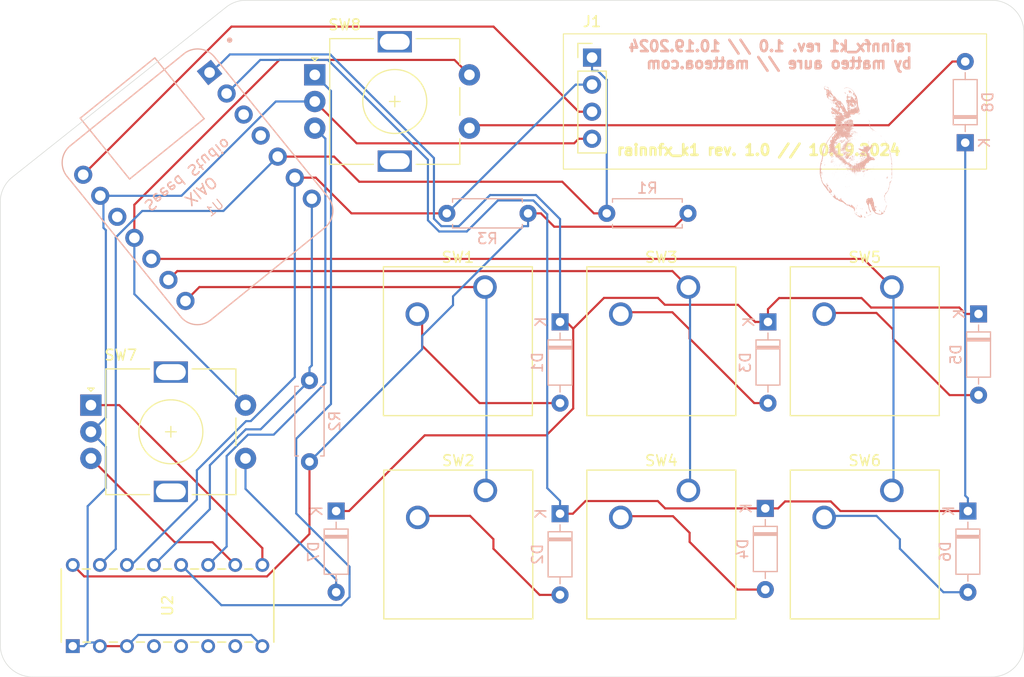
<source format=kicad_pcb>
(kicad_pcb (version 20240108) (generator "pcbnew") (generator_version "8.0")
  (title_block (title "rainnfx_k1") (date "2024-10-06") (rev "v1") (company "Matteo"))
  (layers (0 "F.Cu" signal) (31 "B.Cu" signal) (34 "B.Paste" user) (35 "F.Paste" user) (36 "B.SilkS" user "B.Silkscreen") (37 "F.SilkS" user "F.Silkscreen") (38 "B.Mask" user) (39 "F.Mask" user) (44 "Edge.Cuts" user))
  (net 0 "")
  (net 1 "Net-(D1-A)")
  (net 2 "ROW0")
  (net 3 "ROW1")
  (net 4 "Net-(D2-A)")
  (net 5 "Net-(D3-A)")
  (net 6 "Net-(D4-A)")
  (net 7 "Net-(D5-A)")
  (net 8 "Net-(D6-A)")
  (net 9 "Net-(D7-A)")
  (net 10 "Net-(D8-A)")
  (net 11 "+3V3")
  (net 12 "IO_INT")
  (net 13 "COL0")
  (net 14 "COL1")
  (net 15 "COL2")
  (net 16 "GND")
  (net 17 "ROTSB1")
  (net 18 "ROTSA1")
  (net 19 "COL3")
  (net 20 "ROTSA2")
  (net 21 "ROTSB2")
  (net 25 "VCC")
  (net 28 "OLED_SCL")
  (net 29 "OLED_SDA")
  (footprint "hackpad_stuff:SW_Cherry_MX_1.00u_PCB" (layer "F.Cu") (at 163.04 104.42)
    (property "Reference" "SW3" (at -2.54 -2.794 0) (layer "F.SilkS"))
    (property "Value" "SW_Push_45deg")
    (pad "" np_thru_hole circle (at -7.62 5.08) (size 1.7 1.7) (drill 1.7) (layers "*.Cu" "*.Mask"))
    (pad "" np_thru_hole circle (at -2.54 5.08) (size 4 4) (drill 4) (layers "*.Cu" "*.Mask"))
    (pad "" np_thru_hole circle (at 2.54 5.08) (size 1.7 1.7) (drill 1.7) (layers "*.Cu" "*.Mask"))
    (pad "1" thru_hole circle (at 0 0) (size 2.2 2.2) (drill 1.5) (layers "*.Cu" "*.Mask") (net 14 "COL1"))
    (pad "2" thru_hole circle (at -6.35 2.54) (size 2.2 2.2) (drill 1.5) (layers "*.Cu" "*.Mask") (net 5 "Net-(D3-A)"))
  )
  (footprint "hackpad_stuff:SW_Cherry_MX_1.00u_PCB" (layer "F.Cu") (at 163.04 123.5)
    (property "Reference" "SW4" (at -2.54 -2.794 0) (layer "F.SilkS"))
    (property "Value" "SW_Push_45deg")
    (pad "" np_thru_hole circle (at -7.62 5.08) (size 1.7 1.7) (drill 1.7) (layers "*.Cu" "*.Mask"))
    (pad "" np_thru_hole circle (at -2.54 5.08) (size 4 4) (drill 4) (layers "*.Cu" "*.Mask"))
    (pad "" np_thru_hole circle (at 2.54 5.08) (size 1.7 1.7) (drill 1.7) (layers "*.Cu" "*.Mask"))
    (pad "1" thru_hole circle (at 0 0) (size 2.2 2.2) (drill 1.5) (layers "*.Cu" "*.Mask") (net 14 "COL1"))
    (pad "2" thru_hole circle (at -6.35 2.54) (size 2.2 2.2) (drill 1.5) (layers "*.Cu" "*.Mask") (net 6 "Net-(D4-A)"))
  )
  (footprint "hackpad_stuff:SW_Cherry_MX_1.00u_PCB" (layer "F.Cu") (at 182.12 104.42)
    (property "Reference" "SW5" (at -2.54 -2.794 0) (layer "F.SilkS"))
    (property "Value" "SW_Push_45deg")
    (pad "" np_thru_hole circle (at -7.62 5.08) (size 1.7 1.7) (drill 1.7) (layers "*.Cu" "*.Mask"))
    (pad "" np_thru_hole circle (at -2.54 5.08) (size 4 4) (drill 4) (layers "*.Cu" "*.Mask"))
    (pad "" np_thru_hole circle (at 2.54 5.08) (size 1.7 1.7) (drill 1.7) (layers "*.Cu" "*.Mask"))
    (pad "1" thru_hole circle (at 0 0) (size 2.2 2.2) (drill 1.5) (layers "*.Cu" "*.Mask") (net 15 "COL2"))
    (pad "2" thru_hole circle (at -6.35 2.54) (size 2.2 2.2) (drill 1.5) (layers "*.Cu" "*.Mask") (net 7 "Net-(D5-A)"))
  )
  (footprint "Button_Switch_Keyboard:SW_Cherry_MX_1.00u_PCB" (layer "F.Cu") (at 182.12 123.5)
    (property "Reference" "SW6" (at -2.54 -2.794 0) (layer "F.SilkS"))
    (property "Value" "SW_Push_45deg")
    (pad "" np_thru_hole circle (at -7.62 5.08) (size 1.7 1.7) (drill 1.7) (layers "*.Cu" "*.Mask"))
    (pad "" np_thru_hole circle (at -2.54 5.08) (size 4 4) (drill 4) (layers "*.Cu" "*.Mask"))
    (pad "" np_thru_hole circle (at 2.54 5.08) (size 1.7 1.7) (drill 1.7) (layers "*.Cu" "*.Mask"))
    (pad "1" thru_hole circle (at 0 0) (size 2.2 2.2) (drill 1.5) (layers "*.Cu" "*.Mask") (net 15 "COL2"))
    (pad "2" thru_hole circle (at -6.35 2.54) (size 2.2 2.2) (drill 1.5) (layers "*.Cu" "*.Mask") (net 8 "Net-(D6-A)"))
  )
  (footprint "Rotary_Encoder:RotaryEncoder_Alps_EC11E-Switch_Vertical_H20mm" (layer "F.Cu") (at 107 115.5)
    (property "Reference" "SW7" (at 2.8 -4.7 0) (layer "F.SilkS"))
    (property "Value" "RotaryEncoder_Switch")
    (pad "A" thru_hole rect (at 0 0) (size 2 2) (drill 1) (layers "*.Cu" "*.Mask") (net 18 "ROTSA1"))
    (pad "B" thru_hole circle (at 0 5) (size 2 2) (drill 1) (layers "*.Cu" "*.Mask") (net 17 "ROTSB1"))
    (pad "C" thru_hole circle (at 0 2.5) (size 2 2) (drill 1) (layers "*.Cu" "*.Mask") (net 16 "GND"))
    (pad "MP" thru_hole rect (at 7.5 -3.1) (size 3.2 2) (drill oval 2.8 1.5) (layers "*.Cu" "*.Mask"))
    (pad "MP" thru_hole rect (at 7.5 8.1) (size 3.2 2) (drill oval 2.8 1.5) (layers "*.Cu" "*.Mask"))
    (pad "S1" thru_hole circle (at 14.5 5) (size 2 2) (drill 1) (layers "*.Cu" "*.Mask") (net 9 "Net-(D7-A)"))
    (pad "S2" thru_hole circle (at 14.5 0) (size 2 2) (drill 1) (layers "*.Cu" "*.Mask") (net 19 "COL3"))
  )
  (footprint "Rotary_Encoder:RotaryEncoder_Alps_EC11E-Switch_Vertical_H20mm" (layer "F.Cu") (at 128 84.5)
    (property "Reference" "SW8" (at 2.8 -4.7 0) (layer "F.SilkS"))
    (property "Value" "RotaryEncoder_Switch")
    (pad "A" thru_hole rect (at 0 0) (size 2 2) (drill 1) (layers "*.Cu" "*.Mask") (net 21 "ROTSB2"))
    (pad "B" thru_hole circle (at 0 5) (size 2 2) (drill 1) (layers "*.Cu" "*.Mask") (net 20 "ROTSA2"))
    (pad "C" thru_hole circle (at 0 2.5) (size 2 2) (drill 1) (layers "*.Cu" "*.Mask") (net 16 "GND"))
    (pad "MP" thru_hole rect (at 7.5 -3.1) (size 3.2 2) (drill oval 2.8 1.5) (layers "*.Cu" "*.Mask"))
    (pad "MP" thru_hole rect (at 7.5 8.1) (size 3.2 2) (drill oval 2.8 1.5) (layers "*.Cu" "*.Mask"))
    (pad "S1" thru_hole circle (at 14.5 5) (size 2 2) (drill 1) (layers "*.Cu" "*.Mask") (net 10 "Net-(D8-A)"))
    (pad "S2" thru_hole circle (at 14.5 0) (size 2 2) (drill 1) (layers "*.Cu" "*.Mask") (net 19 "COL3"))
  )
  (footprint "PCF8574:N16_TEX" (layer "F.Cu") (at 105.3 138.12 90)
    (property "Reference" "U2" (at 3.81 8.89 90) (layer "F.SilkS"))
    (property "Value" "PCF8574A")
    (pad "1" thru_hole rect (at 0 0 90) (size 1.2954 1.2954) (drill 0.7874) (layers "*.Cu" "*.Mask") (net 16 "GND"))
    (pad "2" thru_hole circle (at 0 2.54 90) (size 1.2954 1.2954) (drill 0.7874) (layers "*.Cu" "*.Mask") (net 16 "GND"))
    (pad "3" thru_hole circle (at 0 5.08 90) (size 1.2954 1.2954) (drill 0.7874) (layers "*.Cu" "*.Mask") (net 16 "GND"))
    (pad "4" thru_hole circle (at 0 7.62 90) (size 1.2954 1.2954) (drill 0.7874) (layers "*.Cu" "*.Mask"))
    (pad "5" thru_hole circle (at 0 10.16 90) (size 1.2954 1.2954) (drill 0.7874) (layers "*.Cu" "*.Mask"))
    (pad "6" thru_hole circle (at 0 12.7 90) (size 1.2954 1.2954) (drill 0.7874) (layers "*.Cu" "*.Mask"))
    (pad "7" thru_hole circle (at 0 15.24 90) (size 1.2954 1.2954) (drill 0.7874) (layers "*.Cu" "*.Mask"))
    (pad "8" thru_hole circle (at 0 17.78 90) (size 1.2954 1.2954) (drill 0.7874) (layers "*.Cu" "*.Mask") (net 16 "GND"))
    (pad "9" thru_hole circle (at 7.62 17.78 90) (size 1.2954 1.2954) (drill 0.7874) (layers "*.Cu" "*.Mask") (net 18 "ROTSA1"))
    (pad "10" thru_hole circle (at 7.62 15.24 90) (size 1.2954 1.2954) (drill 0.7874) (layers "*.Cu" "*.Mask") (net 17 "ROTSB1"))
    (pad "11" thru_hole circle (at 7.62 12.7 90) (size 1.2954 1.2954) (drill 0.7874) (layers "*.Cu" "*.Mask") (net 20 "ROTSA2"))
    (pad "12" thru_hole circle (at 7.62 10.16 90) (size 1.2954 1.2954) (drill 0.7874) (layers "*.Cu" "*.Mask") (net 21 "ROTSB2"))
    (pad "13" thru_hole circle (at 7.62 7.62 90) (size 1.2954 1.2954) (drill 0.7874) (layers "*.Cu" "*.Mask") (net 12 "IO_INT"))
    (pad "14" thru_hole circle (at 7.62 5.08 90) (size 1.2954 1.2954) (drill 0.7874) (layers "*.Cu" "*.Mask") (net 28 "OLED_SCL"))
    (pad "15" thru_hole circle (at 7.62 2.54 90) (size 1.2954 1.2954) (drill 0.7874) (layers "*.Cu" "*.Mask") (net 29 "OLED_SDA"))
    (pad "16" thru_hole circle (at 7.62 0 90) (size 1.2954 1.2954) (drill 0.7874) (layers "*.Cu" "*.Mask") (net 11 "+3V3"))
  )
  (footprint "hackpad_stuff:SW_Cherry_MX_1.00u_PCB" (layer "F.Cu") (at 144 123.5)
    (property "Reference" "SW2" (at -2.54 -2.794 0) (layer "F.SilkS"))
    (property "Value" "SW_Push_45deg")
    (pad "" np_thru_hole circle (at -7.62 5.08) (size 1.7 1.7) (drill 1.7) (layers "*.Cu" "*.Mask"))
    (pad "" np_thru_hole circle (at -2.54 5.08) (size 4 4) (drill 4) (layers "*.Cu" "*.Mask"))
    (pad "" np_thru_hole circle (at 2.54 5.08) (size 1.7 1.7) (drill 1.7) (layers "*.Cu" "*.Mask"))
    (pad "1" thru_hole circle (at 0 0) (size 2.2 2.2) (drill 1.5) (layers "*.Cu" "*.Mask") (net 13 "COL0"))
    (pad "2" thru_hole circle (at -6.35 2.54) (size 2.2 2.2) (drill 1.5) (layers "*.Cu" "*.Mask") (net 4 "Net-(D2-A)"))
  )
  (footprint "hackpad_stuff:SW_Cherry_MX_1.00u_PCB" (layer "F.Cu") (at 143.96 104.42)
    (property "Reference" "SW1" (at -2.54 -2.794 0) (layer "F.SilkS"))
    (property "Value" "SW_Push_45deg")
    (pad "" np_thru_hole circle (at -7.62 5.08) (size 1.7 1.7) (drill 1.7) (layers "*.Cu" "*.Mask"))
    (pad "" np_thru_hole circle (at -2.54 5.08) (size 4 4) (drill 4) (layers "*.Cu" "*.Mask"))
    (pad "" np_thru_hole circle (at 2.54 5.08) (size 1.7 1.7) (drill 1.7) (layers "*.Cu" "*.Mask"))
    (pad "1" thru_hole circle (at 0 0) (size 2.2 2.2) (drill 1.5) (layers "*.Cu" "*.Mask") (net 13 "COL0"))
    (pad "2" thru_hole circle (at -6.35 2.54) (size 2.2 2.2) (drill 1.5) (layers "*.Cu" "*.Mask") (net 1 "Net-(D1-A)"))
  )
  (footprint "Connector_PinHeader_2.54mm:PinHeader_1x04_P2.54mm_Vertical" (layer "F.Cu") (at 154 82.88)
    (property "Reference" "J1" (at 0 -3.38 0) (layer "F.SilkS"))
    (property "Value" "OLED_DISPLAY")
    (pad "1" thru_hole rect (at 0 0) (size 1.7 1.7) (drill 1) (layers "*.Cu" "*.Mask") (net 29 "OLED_SDA"))
    (pad "2" thru_hole oval (at 0 2.54) (size 1.7 1.7) (drill 1) (layers "*.Cu" "*.Mask") (net 28 "OLED_SCL"))
    (pad "3" thru_hole oval (at 0 5.08) (size 1.7 1.7) (drill 1) (layers "*.Cu" "*.Mask") (net 25 "VCC"))
    (pad "4" thru_hole oval (at 0 7.62) (size 1.7 1.7) (drill 1) (layers "*.Cu" "*.Mask") (net 16 "GND"))
  )
  (footprint "Diode_THT:D_DO-35_SOD27_P7.62mm_Horizontal" (layer "B.Cu") (at 190.25 106.94 -90)
    (property "Reference" "D5" (at 3.81 2.12 90) (layer "B.SilkS") (effects (justify mirror)))
    (property "Value" "D")
    (fp_text user "K" (at 0 1.8 90) (layer "B.SilkS") (effects (justify mirror)))
    (pad "1" thru_hole rect (at 0 0 270) (size 1.6 1.6) (drill 0.8) (layers "*.Cu" "*.Mask") (net 2 "ROW0"))
    (pad "2" thru_hole oval (at 7.62 0 270) (size 1.6 1.6) (drill 0.8) (layers "*.Cu" "*.Mask") (net 7 "Net-(D5-A)"))
  )
  (footprint "Diode_THT:D_DO-35_SOD27_P7.62mm_Horizontal" (layer "B.Cu") (at 170.25 125.19 -90)
    (property "Reference" "D4" (at 3.81 2.12 90) (layer "B.SilkS") (effects (justify mirror)))
    (property "Value" "D")
    (fp_text user "K" (at 0 1.8 90) (layer "B.SilkS") (effects (justify mirror)))
    (pad "1" thru_hole rect (at 0 0 270) (size 1.6 1.6) (drill 0.8) (layers "*.Cu" "*.Mask") (net 3 "ROW1"))
    (pad "2" thru_hole oval (at 7.62 0 270) (size 1.6 1.6) (drill 0.8) (layers "*.Cu" "*.Mask") (net 6 "Net-(D4-A)"))
  )
  (footprint "Diode_THT:D_DO-35_SOD27_P7.62mm_Horizontal" (layer "B.Cu") (at 189 90.87 90)
    (property "Reference" "D8" (at 3.81 2.12 90) (layer "B.SilkS") (effects (justify mirror)))
    (property "Value" "D")
    (fp_text user "K" (at 0 1.8 90) (layer "B.SilkS") (effects (justify mirror)))
    (pad "1" thru_hole rect (at 0 0 90) (size 1.6 1.6) (drill 0.8) (layers "*.Cu" "*.Mask") (net 3 "ROW1"))
    (pad "2" thru_hole oval (at 7.62 0 90) (size 1.6 1.6) (drill 0.8) (layers "*.Cu" "*.Mask") (net 10 "Net-(D8-A)"))
  )
  (footprint "Resistor_THT:R_Axial_DIN0207_L6.3mm_D2.5mm_P7.62mm_Horizontal" (layer "B.Cu") (at 127.5 120.81 90)
    (property "Reference" "R2" (at 3.81 2.37 90) (layer "B.SilkS") (effects (justify mirror)))
    (property "Value" "2.7k")
    (pad "1" thru_hole circle (at 0 0 90) (size 1.6 1.6) (drill 0.8) (layers "*.Cu" "*.Mask") (net 11 "+3V3"))
    (pad "2" thru_hole oval (at 7.62 0 90) (size 1.6 1.6) (drill 0.8) (layers "*.Cu" "*.Mask") (net 12 "IO_INT"))
  )
  (footprint "Diode_THT:D_DO-35_SOD27_P7.62mm_Horizontal" (layer "B.Cu") (at 151 107.69 -90)
    (property "Reference" "D1" (at 3.81 2.12 90) (layer "B.SilkS") (effects (justify mirror)))
    (property "Value" "D")
    (fp_text user "K" (at 0 1.8 90) (layer "B.SilkS") (effects (justify mirror)))
    (pad "1" thru_hole rect (at 0 0 270) (size 1.6 1.6) (drill 0.8) (layers "*.Cu" "*.Mask") (net 2 "ROW0"))
    (pad "2" thru_hole oval (at 7.62 0 270) (size 1.6 1.6) (drill 0.8) (layers "*.Cu" "*.Mask") (net 1 "Net-(D1-A)"))
  )
  (footprint "Diode_THT:D_DO-35_SOD27_P7.62mm_Horizontal" (layer "B.Cu") (at 151 125.69 -90)
    (property "Reference" "D2" (at 3.81 2.12 90) (layer "B.SilkS") (effects (justify mirror)))
    (property "Value" "D")
    (fp_text user "K" (at 0 1.8 90) (layer "B.SilkS") (effects (justify mirror)))
    (pad "1" thru_hole rect (at 0 0 270) (size 1.6 1.6) (drill 0.8) (layers "*.Cu" "*.Mask") (net 3 "ROW1"))
    (pad "2" thru_hole oval (at 7.62 0 270) (size 1.6 1.6) (drill 0.8) (layers "*.Cu" "*.Mask") (net 4 "Net-(D2-A)"))
  )
  (footprint "Diode_THT:D_DO-35_SOD27_P7.62mm_Horizontal" (layer "B.Cu") (at 189.25 125.44 -90)
    (property "Reference" "D6" (at 3.81 2.12 90) (layer "B.SilkS") (effects (justify mirror)))
    (property "Value" "D")
    (fp_text user "K" (at 0 1.8 90) (layer "B.SilkS") (effects (justify mirror)))
    (pad "1" thru_hole rect (at 0 0 270) (size 1.6 1.6) (drill 0.8) (layers "*.Cu" "*.Mask") (net 3 "ROW1"))
    (pad "2" thru_hole oval (at 7.62 0 270) (size 1.6 1.6) (drill 0.8) (layers "*.Cu" "*.Mask") (net 8 "Net-(D6-A)"))
  )
  (footprint "Resistor_THT:R_Axial_DIN0207_L6.3mm_D2.5mm_P7.62mm_Horizontal" (layer "B.Cu") (at 140.38 97.5)
    (property "Reference" "R3" (at 3.81 2.37 0) (layer "B.SilkS") (effects (justify mirror)))
    (property "Value" "2.7k")
    (pad "1" thru_hole circle (at 0 0) (size 1.6 1.6) (drill 0.8) (layers "*.Cu" "*.Mask") (net 28 "OLED_SCL"))
    (pad "2" thru_hole oval (at 7.62 0) (size 1.6 1.6) (drill 0.8) (layers "*.Cu" "*.Mask") (net 11 "+3V3"))
  )
  (footprint "Diode_THT:D_DO-35_SOD27_P7.62mm_Horizontal" (layer "B.Cu") (at 130 125.44 -90)
    (property "Reference" "D7" (at 3.81 2.12 90) (layer "B.SilkS") (effects (justify mirror)))
    (property "Value" "D")
    (fp_text user "K" (at 0 1.8 90) (layer "B.SilkS") (effects (justify mirror)))
    (pad "1" thru_hole rect (at 0 0 270) (size 1.6 1.6) (drill 0.8) (layers "*.Cu" "*.Mask") (net 2 "ROW0"))
    (pad "2" thru_hole oval (at 7.62 0 270) (size 1.6 1.6) (drill 0.8) (layers "*.Cu" "*.Mask") (net 9 "Net-(D7-A)"))
  )
  (footprint "Resistor_THT:R_Axial_DIN0207_L6.3mm_D2.5mm_P7.62mm_Horizontal" (layer "B.Cu") (at 163 97.5 180)
    (property "Reference" "R1" (at 3.81 2.37 0) (layer "B.SilkS") (effects (justify mirror)))
    (property "Value" "2.7k")
    (pad "1" thru_hole circle (at 0 0 180) (size 1.6 1.6) (drill 0.8) (layers "*.Cu" "*.Mask") (net 11 "+3V3"))
    (pad "2" thru_hole oval (at 7.62 0 180) (size 1.6 1.6) (drill 0.8) (layers "*.Cu" "*.Mask") (net 29 "OLED_SDA"))
  )
  (footprint "hackpad_stuff:XIAO-Generic-Thruhole-14P-2.54-21X17.8MM" (layer "B.Cu") (at 117 95 -141)
    (property "Reference" "U1" (at -0.000001 -2.54 39) (layer "B.SilkS") (effects (font (size 0.889 0.889) (thickness 0.1016)) (justify mirror)))
    (property "Value" "Seeed Studio XIAO SAMD21" (hide yes))
    (fp_text user "XIAO" (at -0.000001 -0.499998 -141) (layer "B.SilkS") (effects (justify mirror)))
    (fp_text user "Seeed Studio" (at 0.000002 1.500003 -141) (layer "B.SilkS") (effects (justify mirror)))
    (pad "1" thru_hole rect (at -7.624999 7.620002 39) (size 1.7 1.7) (drill 1) (layers "*.Cu" "*.Mask") (net 2 "ROW0"))
    (pad "2" thru_hole circle (at -7.625002 5.08 39) (size 1.7 1.7) (drill 1) (layers "*.Cu" "*.Mask") (net 3 "ROW1"))
    (pad "3" thru_hole circle (at -7.624999 2.54 39) (size 1.7 1.7) (drill 1) (layers "*.Cu" "*.Mask"))
    (pad "4" thru_hole circle (at -7.625 0 39) (size 1.7 1.7) (drill 1) (layers "*.Cu" "*.Mask"))
    (pad "5" thru_hole circle (at -7.624999 -2.54 39) (size 1.7 1.7) (drill 1) (layers "*.Cu" "*.Mask") (net 29 "OLED_SDA"))
    (pad "6" thru_hole circle (at -7.624999 -5.079999 219) (size 1.7 1.7) (drill 1) (layers "*.Cu" "*.Mask") (net 28 "OLED_SCL"))
    (pad "7" thru_hole circle (at -7.625 -7.62 39) (size 1.7 1.7) (drill 1) (layers "*.Cu" "*.Mask") (net 12 "IO_INT"))
    (pad "8" thru_hole circle (at 7.624999 -7.620002 39) (size 1.7 1.7) (drill 1) (layers "*.Cu" "*.Mask") (net 13 "COL0"))
    (pad "9" thru_hole circle (at 7.625002 -5.08 39) (size 1.7 1.7) (drill 1) (layers "*.Cu" "*.Mask") (net 14 "COL1"))
    (pad "10" thru_hole circle (at 7.624999 -2.54 39) (size 1.7 1.7) (drill 1) (layers "*.Cu" "*.Mask") (net 15 "COL2"))
    (pad "11" thru_hole circle (at 7.625 0 39) (size 1.7 1.7) (drill 1) (layers "*.Cu" "*.Mask") (net 19 "COL3"))
    (pad "12" thru_hole circle (at 7.624999 2.54 39) (size 1.7 1.7) (drill 1) (layers "*.Cu" "*.Mask"))
    (pad "13" thru_hole circle (at 7.624999 5.079999 39) (size 1.7 1.7) (drill 1) (layers "*.Cu" "*.Mask") (net 16 "GND"))
    (pad "14" thru_hole circle (at 7.625 7.62 39) (size 1.7 1.7) (drill 1) (layers "*.Cu" "*.Mask") (net 25 "VCC"))
  )
  (footprint "LOGO" (layer "B.Cu") (at 178.75 91.75 180)
    (property "Reference" "G***" (hide yes))
    (property "Value" "LOGO" (hide yes))
  )
  (footprint "Diode_THT:D_DO-35_SOD27_P7.62mm_Horizontal" (layer "B.Cu") (at 170.5 107.69 -90)
    (property "Reference" "D3" (at 3.81 2.12 90) (layer "B.SilkS") (effects (justify mirror)))
    (property "Value" "D")
    (fp_text user "K" (at 0 1.8 90) (layer "B.SilkS") (effects (justify mirror)))
    (pad "1" thru_hole rect (at 0 0 270) (size 1.6 1.6) (drill 0.8) (layers "*.Cu" "*.Mask") (net 2 "ROW0"))
    (pad "2" thru_hole oval (at 7.62 0 270) (size 1.6 1.6) (drill 0.8) (layers "*.Cu" "*.Mask") (net 5 "Net-(D3-A)"))
  )
  (gr_rect (start 151.3125 80.65) (end 191 93.35) (stroke (width 0.1)) (fill none) (layer "F.SilkS"))
  (gr_line (start 101.5 141) (end 191.5 141) (stroke (width 0.05)) (layer "Edge.Cuts"))
  (gr_line (start 98.5 96.447007) (end 98.5 138) (stroke (width 0.05)) (layer "Edge.Cuts"))
  (gr_arc (start 194.5 138) (mid 193.62132 140.12132) (end 191.5 141) (stroke (width 0.05)) (layer "Edge.Cuts"))
  (gr_arc (start 119.680095 78.152197) (mid 120.558578 77.667739) (end 121.547666 77.5) (stroke (width 0.05)) (layer "Edge.Cuts"))
  (gr_arc (start 191.5 77.5) (mid 193.62132 78.37868) (end 194.5 80.5) (stroke (width 0.05)) (layer "Edge.Cuts"))
  (gr_arc (start 101.5 141) (mid 99.37868 140.12132) (end 98.5 138) (stroke (width 0.05)) (layer "Edge.Cuts"))
  (gr_line (start 121.547666 77.5) (end 191.5 77.5) (stroke (width 0.05)) (layer "Edge.Cuts"))
  (gr_arc (start 98.5 96.447007) (mid 98.797895 95.143685) (end 99.632429 94.099204) (stroke (width 0.05)) (layer "Edge.Cuts"))
  (gr_line (start 194.5 138) (end 194.5 80.5) (stroke (width 0.05)) (layer "Edge.Cuts"))
  (gr_line (start 119.680095 78.152197) (end 99.632429 94.099204) (stroke (width 0.05)) (layer "Edge.Cuts"))
  (gr_text "rainnfx_k1 rev. 1.0 // 10.19.2024\nby matteo aure // matteoa.com" (at 184.14 84.01 0) (layer "B.SilkS") (effects (font (size 1 1) (thickness 0.25) (bold yes)) (justify left bottom mirror)))
  (gr_text "rainnfx_k1 rev. 1.0 // 10.19.2024\n" (at 156.2 92.14 0) (layer "F.SilkS") (effects (font (size 1 1) (thickness 0.25) (bold yes)) (justify left bottom)))
  (segment (start 138.0669 107.4169) (end 138.0669 109.9216) (width 0.2) (layer "F.Cu") (net 1))
  (segment (start 151 115.31) (end 149.7983 115.31) (width 0.2) (layer "F.Cu") (net 1))
  (segment (start 143.4553 115.31) (end 149.7983 115.31) (width 0.2) (layer "F.Cu") (net 1))
  (segment (start 137.61 106.96) (end 138.0669 107.4169) (width 0.2) (layer "F.Cu") (net 1))
  (segment (start 138.0669 109.9216) (end 143.4553 115.31) (width 0.2) (layer "F.Cu") (net 1))
  (segment (start 149.7146 118.3353) (end 138.3064 118.3353) (width 0.2) (layer "F.Cu") (net 2))
  (segment (start 138.3064 118.3353) (end 131.2017 125.44) (width 0.2) (layer "F.Cu") (net 2))
  (segment (start 152.2334 115.8165) (end 149.7146 118.3353) (width 0.2) (layer "F.Cu") (net 2))
  (segment (start 151.6009 107.69) (end 152.2334 108.3225) (width 0.2) (layer "F.Cu") (net 2))
  (segment (start 170.5 107.69) (end 170.5 106.4883) (width 0.2) (layer "F.Cu") (net 2))
  (segment (start 190.25 106.94) (end 189.0483 106.94) (width 0.2) (layer "F.Cu") (net 2))
  (segment (start 170.5 107.69) (end 169.2983 107.69) (width 0.2) (layer "F.Cu") (net 2))
  (segment (start 167.6874 106.0791) (end 160.8271 106.0791) (width 0.2) (layer "F.Cu") (net 2))
  (segment (start 160.8271 106.0791) (end 160.1803 105.4323) (width 0.2) (layer "F.Cu") (net 2))
  (segment (start 160.1803 105.4323) (end 155.1236 105.4323) (width 0.2) (layer "F.Cu") (net 2))
  (segment (start 180.1666 106.3386) (end 188.4469 106.3386) (width 0.2) (layer "F.Cu") (net 2))
  (segment (start 155.1236 105.4323) (end 152.2334 108.3225) (width 0.2) (layer "F.Cu") (net 2))
  (segment (start 179.277 105.449) (end 180.1666 106.3386) (width 0.2) (layer "F.Cu") (net 2))
  (segment (start 171.5393 105.449) (end 179.277 105.449) (width 0.2) (layer "F.Cu") (net 2))
  (segment (start 170.5 106.4883) (end 171.5393 105.449) (width 0.2) (layer "F.Cu") (net 2))
  (segment (start 151 107.69) (end 151.6009 107.69) (width 0.2) (layer "F.Cu") (net 2))
  (segment (start 188.4469 106.3386) (end 189.0483 106.94) (width 0.2) (layer "F.Cu") (net 2))
  (segment (start 130 125.44) (end 131.2017 125.44) (width 0.2) (layer "F.Cu") (net 2))
  (segment (start 152.2334 108.3225) (end 152.2334 115.8165) (width 0.2) (layer "F.Cu") (net 2))
  (segment (start 169.2983 107.69) (end 167.6874 106.0791) (width 0.2) (layer "F.Cu") (net 2))
  (segment (start 151 107.69) (end 151 98.0383) (width 0.2) (layer "B.Cu") (net 2))
  (segment (start 151 98.0383) (end 148.7434 95.7817) (width 0.2) (layer "B.Cu") (net 2))
  (segment (start 139.1728 98.0048) (end 139.1728 92.3088) (width 0.2) (layer "B.Cu") (net 2))
  (segment (start 139.1728 92.3088) (end 129.4463 82.5823) (width 0.2) (layer "B.Cu") (net 2))
  (segment (start 144.4358 95.7817) (end 141.5158 98.7017) (width 0.2) (layer "B.Cu") (net 2))
  (segment (start 141.5158 98.7017) (end 139.8697 98.7017) (width 0.2) (layer "B.Cu") (net 2))
  (segment (start 129.4463 82.5823) (end 120.032 82.5823) (width 0.2) (layer "B.Cu") (net 2))
  (segment (start 139.8697 98.7017) (end 139.1728 98.0048) (width 0.2) (layer "B.Cu") (net 2))
  (segment (start 120.032 82.5823) (end 119.2053 83.409) (width 0.2) (layer "B.Cu") (net 2))
  (segment (start 148.7434 95.7817) (end 144.4358 95.7817) (width 0.2) (layer "B.Cu") (net 2))
  (segment (start 118.1303 84.2796) (end 119.2053 83.409) (width 0.2) (layer "B.Cu") (net 2))
  (segment (start 176.3921 124.5383) (end 172.1034 124.5383) (width 0.2) (layer "F.Cu") (net 3))
  (segment (start 151 125.69) (end 152.2017 125.69) (width 0.2) (layer "F.Cu") (net 3))
  (segment (start 160.858 125.19) (end 170.25 125.19) (width 0.2) (layer "F.Cu") (net 3))
  (segment (start 189.25 125.44) (end 177.2938 125.44) (width 0.2) (layer "F.Cu") (net 3))
  (segment (start 160.1702 124.5022) (end 160.858 125.19) (width 0.2) (layer "F.Cu") (net 3))
  (segment (start 170.25 125.19) (end 171.4517 125.19) (width 0.2) (layer "F.Cu") (net 3))
  (segment (start 153.3895 124.5022) (end 160.1702 124.5022) (width 0.2) (layer "F.Cu") (net 3))
  (segment (start 152.2017 125.69) (end 153.3895 124.5022) (width 0.2) (layer "F.Cu") (net 3))
  (segment (start 177.2938 125.44) (end 176.3921 124.5383) (width 0.2) (layer "F.Cu") (net 3))
  (segment (start 172.1034 124.5383) (end 171.4517 125.19) (width 0.2) (layer "F.Cu") (net 3))
  (segment (start 148.4997 96.2896) (end 145.1643 96.2896) (width 0.2) (layer "B.Cu") (net 3))
  (segment (start 189.25 125.44) (end 189.25 124.2383) (width 0.2) (layer "B.Cu") (net 3))
  (segment (start 189 123.9883) (end 189.25 124.2383) (width 0.2) (layer "B.Cu") (net 3))
  (segment (start 138.6093 92.4712) (end 129.2364 83.0983) (width 0.2) (layer "B.Cu") (net 3))
  (segment (start 138.6093 98.1508) (end 138.6093 92.4712) (width 0.2) (layer "B.Cu") (net 3))
  (segment (start 145.1643 96.2896) (end 142.2505 99.2034) (width 0.2) (layer "B.Cu") (net 3))
  (segment (start 139.6619 99.2034) (end 138.6093 98.1508) (width 0.2) (layer "B.Cu") (net 3))
  (segment (start 189 90.87) (end 189 123.9883) (width 0.2) (layer "B.Cu") (net 3))
  (segment (start 149.7983 97.5882) (end 148.4997 96.2896) (width 0.2) (layer "B.Cu") (net 3))
  (segment (start 149.7983 123.2866) (end 149.7983 97.5882) (width 0.2) (layer "B.Cu") (net 3))
  (segment (start 129.2364 83.0983) (end 122.884 83.0983) (width 0.2) (layer "B.Cu") (net 3))
  (segment (start 142.2505 99.2034) (end 139.6619 99.2034) (width 0.2) (layer "B.Cu") (net 3))
  (segment (start 151 124.4883) (end 149.7983 123.2866) (width 0.2) (layer "B.Cu") (net 3))
  (segment (start 122.884 83.0983) (end 119.7288 86.2535) (width 0.2) (layer "B.Cu") (net 3))
  (segment (start 151 125.69) (end 151 124.4883) (width 0.2) (layer "B.Cu") (net 3))
  (segment (start 144.7519 128.0827) (end 142.5618 125.8926) (width 0.2) (layer "F.Cu") (net 4))
  (segment (start 151 133.31) (end 149.087 133.31) (width 0.2) (layer "F.Cu") (net 4))
  (segment (start 144.7519 128.9749) (end 144.7519 128.0827) (width 0.2) (layer "F.Cu") (net 4))
  (segment (start 137.7974 125.8926) (end 137.65 126.04) (width 0.2) (layer "F.Cu") (net 4))
  (segment (start 142.5618 125.8926) (end 137.7974 125.8926) (width 0.2) (layer "F.Cu") (net 4))
  (segment (start 149.087 133.31) (end 144.7519 128.9749) (width 0.2) (layer "F.Cu") (net 4))
  (segment (start 169.2131 115.31) (end 163.1517 109.2486) (width 0.2) (layer "F.Cu") (net 5))
  (segment (start 170.5 115.31) (end 169.2131 115.31) (width 0.2) (layer "F.Cu") (net 5))
  (segment (start 163.1517 108.4016) (end 161.5315 106.7814) (width 0.2) (layer "F.Cu") (net 5))
  (segment (start 161.5315 106.7814) (end 156.8686 106.7814) (width 0.2) (layer "F.Cu") (net 5))
  (segment (start 156.8686 106.7814) (end 156.69 106.96) (width 0.2) (layer "F.Cu") (net 5))
  (segment (start 163.1517 109.2486) (end 163.1517 108.4016) (width 0.2) (layer "F.Cu") (net 5))
  (segment (start 167.627 132.81) (end 163.1517 128.3347) (width 0.2) (layer "F.Cu") (net 6))
  (segment (start 163.1517 127.4816) (end 161.5952 125.9251) (width 0.2) (layer "F.Cu") (net 6))
  (segment (start 161.5952 125.9251) (end 156.8049 125.9251) (width 0.2) (layer "F.Cu") (net 6))
  (segment (start 156.8049 125.9251) (end 156.69 126.04) (width 0.2) (layer "F.Cu") (net 6))
  (segment (start 163.1517 128.3347) (end 163.1517 127.4816) (width 0.2) (layer "F.Cu") (net 6))
  (segment (start 170.25 132.81) (end 167.627 132.81) (width 0.2) (layer "F.Cu") (net 6))
  (segment (start 175.8855 106.8445) (end 175.77 106.96) (width 0.2) (layer "F.Cu") (net 7))
  (segment (start 187.5348 114.56) (end 182.2317 109.2569) (width 0.2) (layer "F.Cu") (net 7))
  (segment (start 182.2317 109.2569) (end 182.2317 108.4016) (width 0.2) (layer "F.Cu") (net 7))
  (segment (start 182.2317 108.4016) (end 180.6746 106.8445) (width 0.2) (layer "F.Cu") (net 7))
  (segment (start 190.25 114.56) (end 187.5348 114.56) (width 0.2) (layer "F.Cu") (net 7))
  (segment (start 180.6746 106.8445) (end 175.8855 106.8445) (width 0.2) (layer "F.Cu") (net 7))
  (segment (start 180.6818 125.8926) (end 175.9174 125.8926) (width 0.2) (layer "B.Cu") (net 8))
  (segment (start 186.9571 133.06) (end 182.8719 128.9748) (width 0.2) (layer "B.Cu") (net 8))
  (segment (start 189.25 133.06) (end 186.9571 133.06) (width 0.2) (layer "B.Cu") (net 8))
  (segment (start 182.8719 128.9748) (end 182.8719 128.0827) (width 0.2) (layer "B.Cu") (net 8))
  (segment (start 182.8719 128.0827) (end 180.6818 125.8926) (width 0.2) (layer "B.Cu") (net 8))
  (segment (start 175.9174 125.8926) (end 175.77 126.04) (width 0.2) (layer "B.Cu") (net 8))
  (segment (start 130 133.06) (end 130 131.8583) (width 0.2) (layer "B.Cu") (net 9))
  (segment (start 121.5 123.3583) (end 130 131.8583) (width 0.2) (layer "B.Cu") (net 9))
  (segment (start 121.5 120.5) (end 121.5 123.3583) (width 0.2) (layer "B.Cu") (net 9))
  (segment (start 142.77 89.23) (end 142.5 89.5) (width 0.2) (layer "F.Cu") (net 10))
  (segment (start 187.7983 83.25) (end 181.8183 89.23) (width 0.2) (layer "F.Cu") (net 10))
  (segment (start 189 83.25) (end 187.7983 83.25) (width 0.2) (layer "F.Cu") (net 10))
  (segment (start 181.8183 89.23) (end 142.77 89.23) (width 0.2) (layer "F.Cu") (net 10))
  (segment (start 106.3748 131.5748) (end 105.3 130.5) (width 0.2) (layer "F.Cu") (net 11))
  (segment (start 163 97.5) (end 161.7469 98.7531) (width 0.2) (layer "F.Cu") (net 11))
  (segment (start 123.5168 131.5748) (end 106.3748 131.5748) (width 0.2) (layer "F.Cu") (net 11))
  (segment (start 150.4548 98.7531) (end 149.2017 97.5) (width 0.2) (layer "F.Cu") (net 11))
  (segment (start 161.7469 98.7531) (end 150.4548 98.7531) (width 0.2) (layer "F.Cu") (net 11))
  (segment (start 127.5 127.5916) (end 123.5168 131.5748) (width 0.2) (layer "F.Cu") (net 11))
  (segment (start 148 97.5) (end 149.2017 97.5) (width 0.2) (layer "F.Cu") (net 11))
  (segment (start 127.5 120.81) (end 127.5 127.5916) (width 0.2) (layer "F.Cu") (net 11))
  (segment (start 140.962 105.2891) (end 140.962 106.1091) (width 0.2) (layer "B.Cu") (net 11))
  (segment (start 148 97.5) (end 148 98.7017) (width 0.2) (layer "B.Cu") (net 11))
  (segment (start 138.0669 109.0042) (end 138.0669 110.2431) (width 0.2) (layer "B.Cu") (net 11))
  (segment (start 147.5494 98.7017) (end 140.962 105.2891) (width 0.2) (layer "B.Cu") (net 11))
  (segment (start 138.0669 110.2431) (end 127.5 120.81) (width 0.2) (layer "B.Cu") (net 11))
  (segment (start 148 98.7017) (end 147.5494 98.7017) (width 0.2) (layer "B.Cu") (net 11))
  (segment (start 140.962 106.1091) (end 138.0669 109.0042) (width 0.2) (layer "B.Cu") (net 11))
  (segment (start 127.5 113.19) (end 122.9194 117.7706) (width 0.2) (layer "B.Cu") (net 12))
  (segment (start 118.1571 121.14) (end 118.1571 125.2629) (width 0.2) (layer "B.Cu") (net 12))
  (segment (start 127.7212 96.1233) (end 127.7212 111.7671) (width 0.2) (layer "B.Cu") (net 12))
  (segment (start 118.1571 125.2629) (end 112.92 130.5) (width 0.2) (layer "B.Cu") (net 12))
  (segment (start 122.9194 117.7706) (end 121.5265 117.7706) (width 0.2) (layer "B.Cu") (net 12))
  (segment (start 127.7212 111.7671) (end 127.5 111.9883) (width 0.2) (layer "B.Cu") (net 12))
  (segment (start 121.5265 117.7706) (end 118.1571 121.14) (width 0.2) (layer "B.Cu") (net 12))
  (segment (start 127.5 113.19) (end 127.5 111.9883) (width 0.2) (layer "B.Cu") (net 12))
  (segment (start 117.1701 104.42) (end 143.96 104.42) (width 0.2) (layer "F.Cu") (net 13))
  (segment (start 115.8697 105.7204) (end 117.1701 104.42) (width 0.2) (layer "F.Cu") (net 13))
  (segment (start 144.0966 104.5566) (end 144.0966 123.4034) (width 0.2) (layer "B.Cu") (net 13))
  (segment (start 143.96 104.42) (end 144.0966 104.5566) (width 0.2) (layer "B.Cu") (net 13))
  (segment (start 144.0966 123.4034) (end 144 123.5) (width 0.2) (layer "B.Cu") (net 13))
  (segment (start 161.5382 102.9182) (end 163.04 104.42) (width 0.2) (layer "F.Cu") (net 14))
  (segment (start 115.0995 102.9182) (end 161.5382 102.9182) (width 0.2) (layer "F.Cu") (net 14))
  (segment (start 114.2712 103.7465) (end 115.0995 102.9182) (width 0.2) (layer "F.Cu") (net 14))
  (segment (start 163.1925 123.3475) (end 163.04 123.5) (width 0.2) (layer "B.Cu") (net 14))
  (segment (start 163.1925 104.5725) (end 163.1925 123.3475) (width 0.2) (layer "B.Cu") (net 14))
  (segment (start 163.04 104.42) (end 163.1925 104.5725) (width 0.2) (layer "B.Cu") (net 14))
  (segment (start 179.4725 101.7725) (end 182.12 104.42) (width 0.2) (layer "F.Cu") (net 15))
  (segment (start 112.6727 101.7725) (end 179.4725 101.7725) (width 0.2) (layer "F.Cu") (net 15))
  (segment (start 182.2725 104.5725) (end 182.2725 123.3475) (width 0.2) (layer "B.Cu") (net 15))
  (segment (start 182.12 104.42) (end 182.2725 104.5725) (width 0.2) (layer "B.Cu") (net 15))
  (segment (start 182.2725 123.3475) (end 182.12 123.5) (width 0.2) (layer "B.Cu") (net 15))
  (segment (start 110.38 138.12) (end 107.84 138.12) (width 0.2) (layer "F.Cu") (net 16))
  (segment (start 131.9262 90.9262) (end 152.3221 90.9262) (width 0.2) (layer "F.Cu") (net 16))
  (segment (start 152.3221 90.9262) (end 152.7483 90.5) (width 0.2) (layer "F.Cu") (net 16))
  (segment (start 128 87) (end 131.9262 90.9262) (width 0.2) (layer "F.Cu") (net 16))
  (segment (start 154 90.5) (end 152.7483 90.5) (width 0.2) (layer "F.Cu") (net 16))
  (segment (start 110.38 138.12) (end 111.4333 137.0667) (width 0.2) (layer "B.Cu") (net 16))
  (segment (start 108.4017 116.6664) (end 107.0681 118) (width 0.2) (layer "B.Cu") (net 16))
  (segment (start 108.4047 119.4047) (end 107 118) (width 0.2) (layer "B.Cu") (net 16))
  (segment (start 108.4017 99.0763) (end 108.4017 116.6664) (width 0.2) (layer "B.Cu") (net 16))
  (segment (start 122.0267 137.0667) (end 123.08 138.12) (width 0.2) (layer "B.Cu") (net 16))
  (segment (start 108.1766 95.8507) (end 108.1766 98.8512) (width 0.2) (layer "B.Cu") (net 16))
  (segment (start 106.6959 124.9873) (end 108.4047 123.2785) (width 0.2) (layer "B.Cu") (net 16))
  (segment (start 106.6959 137.7735) (end 106.6959 124.9873) (width 0.2) (layer "B.Cu") (net 16))
  (segment (start 105.3 138.12) (end 106.3494 138.12) (width 0.2) (layer "B.Cu") (net 16))
  (segment (start 108.1766 98.8512) (end 108.4017 99.0763) (width 0.2) (layer "B.Cu") (net 16))
  (segment (start 108.4047 123.2785) (end 108.4047 119.4047) (width 0.2) (layer "B.Cu") (net 16))
  (segment (start 108.1766 95.8507) (end 115.4903 95.8507) (width 0.2) (layer "B.Cu") (net 16))
  (segment (start 107.0681 118) (end 107 118) (width 0.2) (layer "B.Cu") (net 16))
  (segment (start 111.4333 137.0667) (end 122.0267 137.0667) (width 0.2) (layer "B.Cu") (net 16))
  (segment (start 106.3494 138.12) (end 106.6959 137.7735) (width 0.2) (layer "B.Cu") (net 16))
  (segment (start 107.8773 95.8507) (end 108.1766 95.8507) (width 0.2) (layer "B.Cu") (net 16))
  (segment (start 115.4903 95.8507) (end 124.341 87) (width 0.2) (layer "B.Cu") (net 16))
  (segment (start 124.341 87) (end 128 87) (width 0.2) (layer "B.Cu") (net 16))
  (segment (start 106.6959 137.7735) (end 107.4935 137.7735) (width 0.2) (layer "B.Cu") (net 16))
  (segment (start 107.4935 137.7735) (end 107.84 138.12) (width 0.2) (layer "B.Cu") (net 16))
  (segment (start 120.54 130.5) (end 118.4023 128.3623) (width 0.2) (layer "F.Cu") (net 17))
  (segment (start 114.8623 128.3623) (end 107 120.5) (width 0.2) (layer "F.Cu") (net 17))
  (segment (start 118.4023 128.3623) (end 114.8623 128.3623) (width 0.2) (layer "F.Cu") (net 17))
  (segment (start 123.08 128.9201) (end 109.6599 115.5) (width 0.2) (layer "F.Cu") (net 18))
  (segment (start 109.6599 115.5) (end 107 115.5) (width 0.2) (layer "F.Cu") (net 18))
  (segment (start 123.08 130.5) (end 123.08 128.9201) (width 0.2) (layer "F.Cu") (net 18))
  (segment (start 111.0743 96.6944) (end 124.6704 83.0983) (width 0.2) (layer "F.Cu") (net 19))
  (segment (start 141.0983 83.0983) (end 142.5 84.5) (width 0.2) (layer "F.Cu") (net 19))
  (segment (start 124.6704 83.0983) (end 141.0983 83.0983) (width 0.2) (layer "F.Cu") (net 19))
  (segment (start 111.0743 99.7986) (end 111.0743 96.6944) (width 0.2) (layer "F.Cu") (net 19))
  (segment (start 121.5 115.5) (end 111.0743 105.0743) (width 0.2) (layer "B.Cu") (net 19))
  (segment (start 111.0743 105.0743) (end 111.0743 99.7986) (width 0.2) (layer "B.Cu") (net 19))
  (segment (start 128.9894 90.4894) (end 128.9894 113.4225) (width 0.2) (layer "B.Cu") (net 20))
  (segment (start 128.9894 113.4225) (end 124.1396 118.2723) (width 0.2) (layer "B.Cu") (net 20))
  (segment (start 124.1396 118.2723) (end 121.7377 118.2723) (width 0.2) (layer "B.Cu") (net 20))
  (segment (start 119.732 128.768) (end 118 130.5) (width 0.2) (layer "B.Cu") (net 20))
  (segment (start 128 89.5) (end 128.9894 90.4894) (width 0.2) (layer "B.Cu") (net 20))
  (segment (start 119.732 120.278) (end 119.732 128.768) (width 0.2) (layer "B.Cu") (net 20))
  (segment (start 121.7377 118.2723) (end 119.732 120.278) (width 0.2) (layer "B.Cu") (net 20))
  (segment (start 129.518 115.3927) (end 129.518 86.018) (width 0.2) (layer "B.Cu") (net 21))
  (segment (start 126.2583 118.6524) (end 129.518 115.3927) (width 0.2) (layer "B.Cu") (net 21))
  (segment (start 119.2349 134.2749) (end 130.492 134.2749) (width 0.2) (layer "B.Cu") (net 21))
  (segment (start 115.46 130.5) (end 119.2349 134.2749) (width 0.2) (layer "B.Cu") (net 21))
  (segment (start 126.2583 125.6673) (end 126.2583 118.6524) (width 0.2) (layer "B.Cu") (net 21))
  (segment (start 131.2589 133.508) (end 131.2589 130.6679) (width 0.2) (layer "B.Cu") (net 21))
  (segment (start 130.492 134.2749) (end 131.2589 133.508) (width 0.2) (layer "B.Cu") (net 21))
  (segment (start 131.2589 130.6679) (end 126.2583 125.6673) (width 0.2) (layer "B.Cu") (net 21))
  (segment (start 129.518 86.018) (end 128 84.5) (width 0.2) (layer "B.Cu") (net 21))
  (segment (start 144.76 79.9717) (end 152.7483 87.96) (width 0.2) (layer "F.Cu") (net 25))
  (segment (start 120.1838 79.9717) (end 144.76 79.9717) (width 0.2) (layer "F.Cu") (net 25))
  (segment (start 106.2788 93.8767) (end 120.1838 79.9717) (width 0.2) (layer "F.Cu") (net 25))
  (segment (start 154 87.96) (end 152.7483 87.96) (width 0.2) (layer "F.Cu") (net 25))
  (segment (start 128.0872 94.1493) (end 131.4379 97.5) (width 0.2) (layer "F.Cu") (net 28))
  (segment (start 131.4379 97.5) (end 140.38 97.5) (width 0.2) (layer "F.Cu") (net 28))
  (segment (start 126.1227 94.1493) (end 128.0872 94.1493) (width 0.2) (layer "F.Cu") (net 28))
  (segment (start 126.1227 94.1493) (end 126.1227 112.8724) (width 0.2) (layer "B.Cu") (net 28))
  (segment (start 121.5482 117.0024) (end 116.938 121.6126) (width 0.2) (layer "B.Cu") (net 28))
  (segment (start 126.1227 112.8724) (end 121.9927 117.0024) (width 0.2) (layer "B.Cu") (net 28))
  (segment (start 152.46 85.42) (end 154 85.42) (width 0.2) (layer "B.Cu") (net 28))
  (segment (start 110.8058 130.5) (end 110.38 130.5) (width 0.2) (layer "B.Cu") (net 28))
  (segment (start 121.9927 117.0024) (end 121.5482 117.0024) (width 0.2) (layer "B.Cu") (net 28))
  (segment (start 116.938 124.3678) (end 110.8058 130.5) (width 0.2) (layer "B.Cu") (net 28))
  (segment (start 140.38 97.5) (end 152.46 85.42) (width 0.2) (layer "B.Cu") (net 28))
  (segment (start 116.938 121.6126) (end 116.938 124.3678) (width 0.2) (layer "B.Cu") (net 28))
  (segment (start 155.38 97.5) (end 154.1783 97.5) (width 0.2) (layer "F.Cu") (net 29))
  (segment (start 124.5242 92.1754) (end 129.8108 92.1754) (width 0.2) (layer "F.Cu") (net 29))
  (segment (start 129.8108 92.1754) (end 132.1672 94.5318) (width 0.2) (layer "F.Cu") (net 29))
  (segment (start 151.2101 94.5318) (end 154.1783 97.5) (width 0.2) (layer "F.Cu") (net 29))
  (segment (start 132.1672 94.5318) (end 151.2101 94.5318) (width 0.2) (layer "F.Cu") (net 29))
  (segment (start 119.4269 97.2727) (end 111.814 97.2727) (width 0.2) (layer "B.Cu") (net 29))
  (segment (start 155.38 84.9641) (end 154.5476 84.1317) (width 0.2) (layer "B.Cu") (net 29))
  (segment (start 109.3321 99.7546) (end 109.3321 129.0079) (width 0.2) (layer "B.Cu") (net 29))
  (segment (start 154 82.88) (end 154 84.1317) (width 0.2) (layer "B.Cu") (net 29))
  (segment (start 154.5476 84.1317) (end 154 84.1317) (width 0.2) (layer "B.Cu") (net 29))
  (segment (start 109.3321 129.0079) (end 107.84 130.5) (width 0.2) (layer "B.Cu") (net 29))
  (segment (start 111.814 97.2727) (end 109.3321 99.7546) (width 0.2) (layer "B.Cu") (net 29))
  (segment (start 124.5242 92.1754) (end 119.4269 97.2727) (width 0.2) (layer "B.Cu") (net 29))
  (segment (start 155.38 97.5) (end 155.38 84.9641) (width 0.2) (layer "B.Cu") (net 29))
)
</source>
